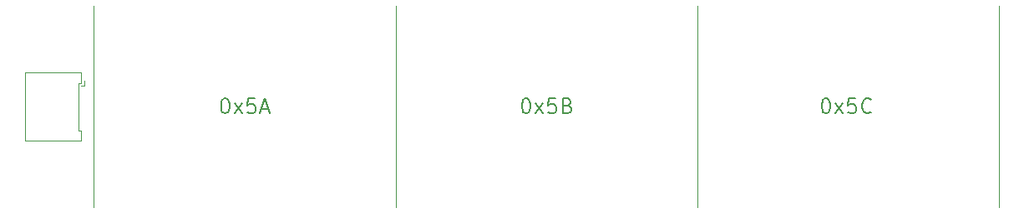
<source format=gbr>
%TF.GenerationSoftware,KiCad,Pcbnew,8.0.4*%
%TF.CreationDate,2024-08-04T13:50:59+08:00*%
%TF.ProjectId,mai-pico-nano-touch,6d61692d-7069-4636-9f2d-6e616e6f2d74,rev?*%
%TF.SameCoordinates,Original*%
%TF.FileFunction,Legend,Top*%
%TF.FilePolarity,Positive*%
%FSLAX46Y46*%
G04 Gerber Fmt 4.6, Leading zero omitted, Abs format (unit mm)*
G04 Created by KiCad (PCBNEW 8.0.4) date 2024-08-04 13:50:59*
%MOMM*%
%LPD*%
G01*
G04 APERTURE LIST*
%ADD10C,0.200000*%
%ADD11C,0.120000*%
G04 APERTURE END LIST*
D10*
X128257143Y-83183528D02*
X128400000Y-83183528D01*
X128400000Y-83183528D02*
X128542857Y-83254957D01*
X128542857Y-83254957D02*
X128614286Y-83326385D01*
X128614286Y-83326385D02*
X128685714Y-83469242D01*
X128685714Y-83469242D02*
X128757143Y-83754957D01*
X128757143Y-83754957D02*
X128757143Y-84112100D01*
X128757143Y-84112100D02*
X128685714Y-84397814D01*
X128685714Y-84397814D02*
X128614286Y-84540671D01*
X128614286Y-84540671D02*
X128542857Y-84612100D01*
X128542857Y-84612100D02*
X128400000Y-84683528D01*
X128400000Y-84683528D02*
X128257143Y-84683528D01*
X128257143Y-84683528D02*
X128114286Y-84612100D01*
X128114286Y-84612100D02*
X128042857Y-84540671D01*
X128042857Y-84540671D02*
X127971428Y-84397814D01*
X127971428Y-84397814D02*
X127900000Y-84112100D01*
X127900000Y-84112100D02*
X127900000Y-83754957D01*
X127900000Y-83754957D02*
X127971428Y-83469242D01*
X127971428Y-83469242D02*
X128042857Y-83326385D01*
X128042857Y-83326385D02*
X128114286Y-83254957D01*
X128114286Y-83254957D02*
X128257143Y-83183528D01*
X129257142Y-84683528D02*
X130042857Y-83683528D01*
X129257142Y-83683528D02*
X130042857Y-84683528D01*
X131328571Y-83183528D02*
X130614285Y-83183528D01*
X130614285Y-83183528D02*
X130542857Y-83897814D01*
X130542857Y-83897814D02*
X130614285Y-83826385D01*
X130614285Y-83826385D02*
X130757143Y-83754957D01*
X130757143Y-83754957D02*
X131114285Y-83754957D01*
X131114285Y-83754957D02*
X131257143Y-83826385D01*
X131257143Y-83826385D02*
X131328571Y-83897814D01*
X131328571Y-83897814D02*
X131400000Y-84040671D01*
X131400000Y-84040671D02*
X131400000Y-84397814D01*
X131400000Y-84397814D02*
X131328571Y-84540671D01*
X131328571Y-84540671D02*
X131257143Y-84612100D01*
X131257143Y-84612100D02*
X131114285Y-84683528D01*
X131114285Y-84683528D02*
X130757143Y-84683528D01*
X130757143Y-84683528D02*
X130614285Y-84612100D01*
X130614285Y-84612100D02*
X130542857Y-84540671D01*
X132899999Y-84540671D02*
X132828571Y-84612100D01*
X132828571Y-84612100D02*
X132614285Y-84683528D01*
X132614285Y-84683528D02*
X132471428Y-84683528D01*
X132471428Y-84683528D02*
X132257142Y-84612100D01*
X132257142Y-84612100D02*
X132114285Y-84469242D01*
X132114285Y-84469242D02*
X132042856Y-84326385D01*
X132042856Y-84326385D02*
X131971428Y-84040671D01*
X131971428Y-84040671D02*
X131971428Y-83826385D01*
X131971428Y-83826385D02*
X132042856Y-83540671D01*
X132042856Y-83540671D02*
X132114285Y-83397814D01*
X132114285Y-83397814D02*
X132257142Y-83254957D01*
X132257142Y-83254957D02*
X132471428Y-83183528D01*
X132471428Y-83183528D02*
X132614285Y-83183528D01*
X132614285Y-83183528D02*
X132828571Y-83254957D01*
X132828571Y-83254957D02*
X132899999Y-83326385D01*
X67364286Y-83183528D02*
X67507143Y-83183528D01*
X67507143Y-83183528D02*
X67650000Y-83254957D01*
X67650000Y-83254957D02*
X67721429Y-83326385D01*
X67721429Y-83326385D02*
X67792857Y-83469242D01*
X67792857Y-83469242D02*
X67864286Y-83754957D01*
X67864286Y-83754957D02*
X67864286Y-84112100D01*
X67864286Y-84112100D02*
X67792857Y-84397814D01*
X67792857Y-84397814D02*
X67721429Y-84540671D01*
X67721429Y-84540671D02*
X67650000Y-84612100D01*
X67650000Y-84612100D02*
X67507143Y-84683528D01*
X67507143Y-84683528D02*
X67364286Y-84683528D01*
X67364286Y-84683528D02*
X67221429Y-84612100D01*
X67221429Y-84612100D02*
X67150000Y-84540671D01*
X67150000Y-84540671D02*
X67078571Y-84397814D01*
X67078571Y-84397814D02*
X67007143Y-84112100D01*
X67007143Y-84112100D02*
X67007143Y-83754957D01*
X67007143Y-83754957D02*
X67078571Y-83469242D01*
X67078571Y-83469242D02*
X67150000Y-83326385D01*
X67150000Y-83326385D02*
X67221429Y-83254957D01*
X67221429Y-83254957D02*
X67364286Y-83183528D01*
X68364285Y-84683528D02*
X69150000Y-83683528D01*
X68364285Y-83683528D02*
X69150000Y-84683528D01*
X70435714Y-83183528D02*
X69721428Y-83183528D01*
X69721428Y-83183528D02*
X69650000Y-83897814D01*
X69650000Y-83897814D02*
X69721428Y-83826385D01*
X69721428Y-83826385D02*
X69864286Y-83754957D01*
X69864286Y-83754957D02*
X70221428Y-83754957D01*
X70221428Y-83754957D02*
X70364286Y-83826385D01*
X70364286Y-83826385D02*
X70435714Y-83897814D01*
X70435714Y-83897814D02*
X70507143Y-84040671D01*
X70507143Y-84040671D02*
X70507143Y-84397814D01*
X70507143Y-84397814D02*
X70435714Y-84540671D01*
X70435714Y-84540671D02*
X70364286Y-84612100D01*
X70364286Y-84612100D02*
X70221428Y-84683528D01*
X70221428Y-84683528D02*
X69864286Y-84683528D01*
X69864286Y-84683528D02*
X69721428Y-84612100D01*
X69721428Y-84612100D02*
X69650000Y-84540671D01*
X71078571Y-84254957D02*
X71792857Y-84254957D01*
X70935714Y-84683528D02*
X71435714Y-83183528D01*
X71435714Y-83183528D02*
X71935714Y-84683528D01*
X97857143Y-83183528D02*
X98000000Y-83183528D01*
X98000000Y-83183528D02*
X98142857Y-83254957D01*
X98142857Y-83254957D02*
X98214286Y-83326385D01*
X98214286Y-83326385D02*
X98285714Y-83469242D01*
X98285714Y-83469242D02*
X98357143Y-83754957D01*
X98357143Y-83754957D02*
X98357143Y-84112100D01*
X98357143Y-84112100D02*
X98285714Y-84397814D01*
X98285714Y-84397814D02*
X98214286Y-84540671D01*
X98214286Y-84540671D02*
X98142857Y-84612100D01*
X98142857Y-84612100D02*
X98000000Y-84683528D01*
X98000000Y-84683528D02*
X97857143Y-84683528D01*
X97857143Y-84683528D02*
X97714286Y-84612100D01*
X97714286Y-84612100D02*
X97642857Y-84540671D01*
X97642857Y-84540671D02*
X97571428Y-84397814D01*
X97571428Y-84397814D02*
X97500000Y-84112100D01*
X97500000Y-84112100D02*
X97500000Y-83754957D01*
X97500000Y-83754957D02*
X97571428Y-83469242D01*
X97571428Y-83469242D02*
X97642857Y-83326385D01*
X97642857Y-83326385D02*
X97714286Y-83254957D01*
X97714286Y-83254957D02*
X97857143Y-83183528D01*
X98857142Y-84683528D02*
X99642857Y-83683528D01*
X98857142Y-83683528D02*
X99642857Y-84683528D01*
X100928571Y-83183528D02*
X100214285Y-83183528D01*
X100214285Y-83183528D02*
X100142857Y-83897814D01*
X100142857Y-83897814D02*
X100214285Y-83826385D01*
X100214285Y-83826385D02*
X100357143Y-83754957D01*
X100357143Y-83754957D02*
X100714285Y-83754957D01*
X100714285Y-83754957D02*
X100857143Y-83826385D01*
X100857143Y-83826385D02*
X100928571Y-83897814D01*
X100928571Y-83897814D02*
X101000000Y-84040671D01*
X101000000Y-84040671D02*
X101000000Y-84397814D01*
X101000000Y-84397814D02*
X100928571Y-84540671D01*
X100928571Y-84540671D02*
X100857143Y-84612100D01*
X100857143Y-84612100D02*
X100714285Y-84683528D01*
X100714285Y-84683528D02*
X100357143Y-84683528D01*
X100357143Y-84683528D02*
X100214285Y-84612100D01*
X100214285Y-84612100D02*
X100142857Y-84540671D01*
X102142856Y-83897814D02*
X102357142Y-83969242D01*
X102357142Y-83969242D02*
X102428571Y-84040671D01*
X102428571Y-84040671D02*
X102499999Y-84183528D01*
X102499999Y-84183528D02*
X102499999Y-84397814D01*
X102499999Y-84397814D02*
X102428571Y-84540671D01*
X102428571Y-84540671D02*
X102357142Y-84612100D01*
X102357142Y-84612100D02*
X102214285Y-84683528D01*
X102214285Y-84683528D02*
X101642856Y-84683528D01*
X101642856Y-84683528D02*
X101642856Y-83183528D01*
X101642856Y-83183528D02*
X102142856Y-83183528D01*
X102142856Y-83183528D02*
X102285714Y-83254957D01*
X102285714Y-83254957D02*
X102357142Y-83326385D01*
X102357142Y-83326385D02*
X102428571Y-83469242D01*
X102428571Y-83469242D02*
X102428571Y-83612100D01*
X102428571Y-83612100D02*
X102357142Y-83754957D01*
X102357142Y-83754957D02*
X102285714Y-83826385D01*
X102285714Y-83826385D02*
X102142856Y-83897814D01*
X102142856Y-83897814D02*
X101642856Y-83897814D01*
D11*
%TO.C,U1*%
X115300000Y-94250000D02*
X115300000Y-73750000D01*
X145900000Y-94250000D02*
X145900000Y-73750000D01*
%TO.C,U2*%
X84700000Y-94250000D02*
X84700000Y-73750000D01*
X115300000Y-94250000D02*
X115300000Y-73750000D01*
%TO.C,U3*%
X54100000Y-94250000D02*
X54100000Y-73750000D01*
X84700000Y-94250000D02*
X84700000Y-73750000D01*
%TO.C,J1*%
X47140000Y-80515000D02*
X47140000Y-84000000D01*
X47140000Y-87485000D02*
X47140000Y-84000000D01*
X52560000Y-81585000D02*
X52860000Y-81585000D01*
X52560000Y-84000000D02*
X52560000Y-81585000D01*
X52560000Y-84000000D02*
X52560000Y-86415000D01*
X52560000Y-86415000D02*
X52860000Y-86415000D01*
X52850000Y-81875000D02*
X53150000Y-81875000D01*
X52860000Y-80515000D02*
X47140000Y-80515000D01*
X52860000Y-81585000D02*
X52860000Y-80515000D01*
X52860000Y-86415000D02*
X52860000Y-87485000D01*
X52860000Y-87485000D02*
X47140000Y-87485000D01*
X53150000Y-81875000D02*
X53150000Y-81375000D01*
%TD*%
M02*

</source>
